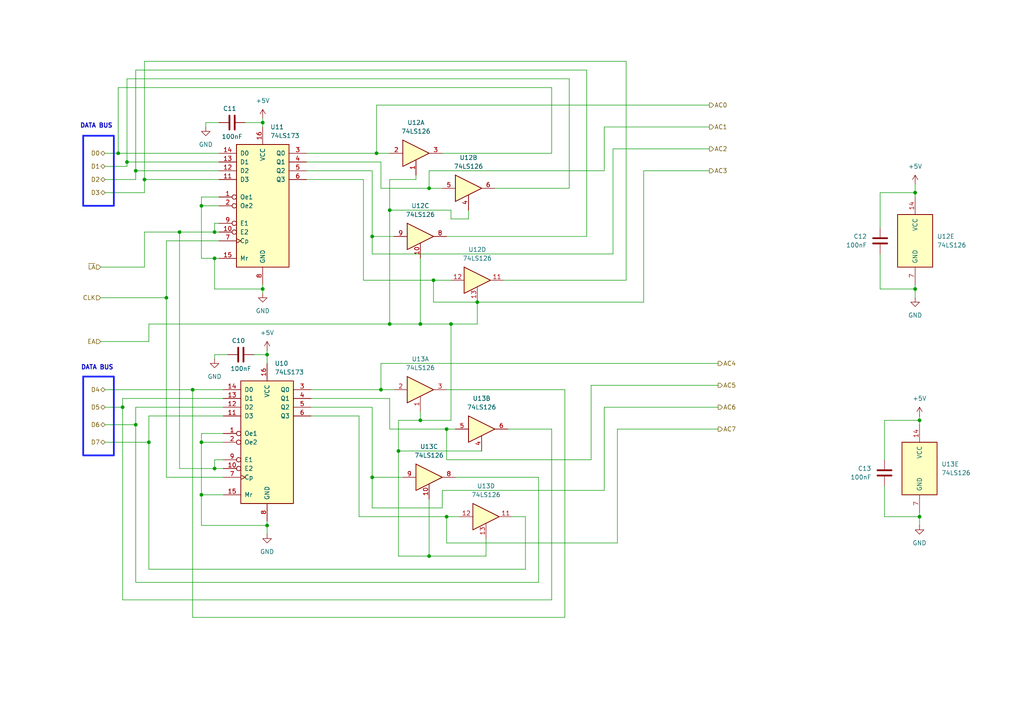
<source format=kicad_sch>
(kicad_sch (version 20231120) (generator "eeschema") (generator_version "8.0")
  (paper "A4")
  (title_block (title "ISAP-1 COMPUTER") (date "2024-11-27") (rev "Version 1") (comment 1 "by Linca Marius Gheorghe") (comment 3 "Accumulator Register"))
  (lib_symbols
    (symbol "74xx:74LS126" (pin_names (offset 1.016))
      (property "Reference" "U" (at 0 1.27 0))
      (property "Value" "74LS126" (at 0 -1.27 0))
      (symbol "74LS126_1_0"
        (polyline (pts (xy -3.81 3.81) (xy -3.81 -3.81) (xy 3.81 0) (xy -3.81 3.81)) (stroke (width 0.254)) (fill (type background)))
        (pin input line (at 0 -6.35 90) (length 4.445) (name "~") (number "1"))
        (pin input line (at -7.62 0 0) (length 3.81) (name "~") (number "2"))
        (pin tri_state line (at 7.62 0 180) (length 3.81) (name "~") (number "3"))
      )
      (symbol "74LS126_2_0"
        (polyline (pts (xy -3.81 3.81) (xy -3.81 -3.81) (xy 3.81 0) (xy -3.81 3.81)) (stroke (width 0.254)) (fill (type background)))
        (pin input line (at 0 -6.35 90) (length 4.445) (name "~") (number "4"))
        (pin input line (at -7.62 0 0) (length 3.81) (name "~") (number "5"))
        (pin tri_state line (at 7.62 0 180) (length 3.81) (name "~") (number "6"))
      )
      (symbol "74LS126_3_0"
        (polyline (pts (xy -3.81 3.81) (xy -3.81 -3.81) (xy 3.81 0) (xy -3.81 3.81)) (stroke (width 0.254)) (fill (type background)))
        (pin input line (at 0 -6.35 90) (length 4.445) (name "~") (number "10"))
        (pin tri_state line (at 7.62 0 180) (length 3.81) (name "~") (number "8"))
        (pin input line (at -7.62 0 0) (length 3.81) (name "~") (number "9"))
      )
      (symbol "74LS126_4_0"
        (polyline (pts (xy -3.81 3.81) (xy -3.81 -3.81) (xy 3.81 0) (xy -3.81 3.81)) (stroke (width 0.254)) (fill (type background)))
        (pin tri_state line (at 7.62 0 180) (length 3.81) (name "~") (number "11"))
        (pin input line (at -7.62 0 0) (length 3.81) (name "~") (number "12"))
        (pin input line (at 0 -6.35 90) (length 4.445) (name "~") (number "13"))
      )
      (symbol "74LS126_5_0"
        (pin power_in line (at 0 12.7 270) (length 5.08) (name "VCC") (number "14"))
        (pin power_in line (at 0 -12.7 90) (length 5.08) (name "GND") (number "7"))
      )
      (symbol "74LS126_5_1"
        (rectangle (start -5.08 7.62) (end 5.08 -7.62) (stroke (width 0.254)) (fill (type background)))
      )
    )
    (symbol "74xx:74LS173" (pin_names (offset 1.016))
      (property "Reference" "U" (at -7.62 19.05 0))
      (property "Value" "74LS173" (at -7.62 -19.05 0))
      (symbol "74LS173_1_0"
        (pin input inverted (at -12.7 2.54 0) (length 5.08) (name "Oe1") (number "1"))
        (pin input inverted (at -12.7 -7.62 0) (length 5.08) (name "E2") (number "10"))
        (pin input line (at -12.7 7.62 0) (length 5.08) (name "D3") (number "11"))
        (pin input line (at -12.7 10.16 0) (length 5.08) (name "D2") (number "12"))
        (pin input line (at -12.7 12.7 0) (length 5.08) (name "D1") (number "13"))
        (pin input line (at -12.7 15.24 0) (length 5.08) (name "D0") (number "14"))
        (pin input line (at -12.7 -15.24 0) (length 5.08) (name "Mr") (number "15"))
        (pin power_in line (at 0 22.86 270) (length 5.08) (name "VCC") (number "16"))
        (pin input inverted (at -12.7 0 0) (length 5.08) (name "Oe2") (number "2"))
        (pin tri_state line (at 12.7 15.24 180) (length 5.08) (name "Q0") (number "3"))
        (pin tri_state line (at 12.7 12.7 180) (length 5.08) (name "Q1") (number "4"))
        (pin tri_state line (at 12.7 10.16 180) (length 5.08) (name "Q2") (number "5"))
        (pin tri_state line (at 12.7 7.62 180) (length 5.08) (name "Q3") (number "6"))
        (pin input clock (at -12.7 -10.16 0) (length 5.08) (name "Cp") (number "7"))
        (pin power_in line (at 0 -22.86 90) (length 5.08) (name "GND") (number "8"))
        (pin input inverted (at -12.7 -5.08 0) (length 5.08) (name "E1") (number "9"))
      )
      (symbol "74LS173_1_1"
        (rectangle (start -7.62 17.78) (end 7.62 -17.78) (stroke (width 0.254)) (fill (type background)))
      )
    )
    (symbol "Device:C" (pin_numbers hide) (pin_names (offset 0.254))
      (property "Reference" "C" (at 0.635 2.54 0))
      (property "Value" "C" (at 0.635 -2.54 0))
      (symbol "C_0_1"
        (polyline (pts (xy -2.032 -0.762) (xy 2.032 -0.762)) (stroke (width 0.508)))
        (polyline (pts (xy -2.032 0.762) (xy 2.032 0.762)) (stroke (width 0.508)))
      )
      (symbol "C_1_1"
        (pin passive line (at 0 3.81 270) (length 2.794) (name "~") (number "1"))
        (pin passive line (at 0 -3.81 90) (length 2.794) (name "~") (number "2"))
      )
    )
    (symbol "power:+5V" (power) (pin_numbers hide) (pin_names (offset 0) hide)
      (property "Value" "+5V" (at 0 3.556 0))
      (symbol "+5V_0_1"
        (polyline (pts (xy -0.762 1.27) (xy 0 2.54)))
        (polyline (pts (xy 0 0) (xy 0 2.54)))
        (polyline (pts (xy 0 2.54) (xy 0.762 1.27)))
      )
      (symbol "+5V_1_1"
        (pin power_in line (at 0 0 90) (length 0) (name "~") (number "1"))
      )
    )
    (symbol "power:GND" (power) (pin_numbers hide) (pin_names (offset 0) hide)
      (property "Value" "GND" (at 0 -3.81 0))
      (symbol "GND_0_1"
        (polyline (pts (xy 0 0) (xy 0 -1.27) (xy 1.27 -1.27) (xy 0 -2.54) (xy -1.27 -1.27) (xy 0 -1.27)))
      )
      (symbol "GND_1_1"
        (pin power_in line (at 0 0 270) (length 0) (name "~") (number "1"))
      )
    )
  )
  (junction (at 121.92 93.98))
  (junction (at 76.2 35.56))
  (junction (at 266.7 121.92))
  (junction (at 77.47 102.87))
  (junction (at 36.83 46.99))
  (junction (at 58.42 128.27))
  (junction (at 55.88 113.03))
  (junction (at 76.2 83.82))
  (junction (at 43.18 128.27))
  (junction (at 34.29 44.45))
  (junction (at 62.23 135.89))
  (junction (at 265.43 83.82))
  (junction (at 124.46 161.29))
  (junction (at 48.26 86.36))
  (junction (at 35.56 118.11))
  (junction (at 266.7 149.86))
  (junction (at 41.91 52.07))
  (junction (at 130.81 93.98))
  (junction (at 129.54 124.46))
  (junction (at 121.92 121.92))
  (junction (at 107.95 138.43))
  (junction (at 109.22 44.45))
  (junction (at 58.42 143.51))
  (junction (at 107.95 68.58))
  (junction (at 62.23 74.93))
  (junction (at 138.43 87.63))
  (junction (at 62.23 67.31))
  (junction (at 77.47 152.4))
  (junction (at 110.49 113.03))
  (junction (at 265.43 55.88))
  (junction (at 52.07 67.31))
  (junction (at 129.54 149.86))
  (junction (at 124.46 54.61))
  (junction (at 39.37 123.19))
  (junction (at 115.57 130.81))
  (junction (at 58.42 59.69))
  (junction (at 39.37 49.53))
  (junction (at 125.73 81.28))
  (junction (at 113.03 93.98))
  (junction (at 113.03 60.96))
  (wire (pts (xy 181.61 17.78) (xy 41.91 17.78)))
  (wire (pts (xy 160.02 173.99) (xy 35.56 173.99)))
  (wire (pts (xy 77.47 152.4) (xy 77.47 154.94)))
  (wire (pts (xy 113.03 60.96) (xy 113.03 93.98)))
  (wire (pts (xy 77.47 101.6) (xy 77.47 102.87)))
  (wire (pts (xy 58.42 143.51) (xy 64.77 143.51)))
  (wire (pts (xy 125.73 87.63) (xy 125.73 81.28)))
  (wire (pts (xy 110.49 113.03) (xy 114.3 113.03)))
  (wire (pts (xy 41.91 55.88) (xy 30.48 55.88)))
  (wire (pts (xy 63.5 74.93) (xy 62.23 74.93)))
  (wire (pts (xy 107.95 118.11) (xy 90.17 118.11)))
  (wire (pts (xy 107.95 138.43) (xy 107.95 147.32)))
  (wire (pts (xy 129.54 68.58) (xy 170.18 68.58)))
  (wire (pts (xy 116.84 138.43) (xy 107.95 138.43)))
  (wire (pts (xy 121.92 121.92) (xy 115.57 121.92)))
  (wire (pts (xy 186.69 49.53) (xy 186.69 87.63)))
  (wire (pts (xy 29.21 86.36) (xy 48.26 86.36)))
  (wire (pts (xy 177.8 43.18) (xy 177.8 73.66)))
  (wire (pts (xy 148.59 149.86) (xy 152.4 149.86)))
  (wire (pts (xy 175.26 49.53) (xy 124.46 49.53)))
  (wire (pts (xy 177.8 73.66) (xy 107.95 73.66)))
  (wire (pts (xy 265.43 55.88) (xy 265.43 57.15)))
  (wire (pts (xy 208.28 105.41) (xy 110.49 105.41)))
  (wire (pts (xy 76.2 35.56) (xy 76.2 36.83)))
  (wire (pts (xy 88.9 52.07) (xy 105.41 52.07)))
  (wire (pts (xy 58.42 125.73) (xy 58.42 128.27)))
  (wire (pts (xy 62.23 64.77) (xy 62.23 67.31)))
  (wire (pts (xy 205.74 49.53) (xy 186.69 49.53)))
  (wire (pts (xy 129.54 133.35) (xy 171.45 133.35)))
  (wire (pts (xy 110.49 105.41) (xy 110.49 113.03)))
  (wire (pts (xy 43.18 99.06) (xy 43.18 93.98)))
  (wire (pts (xy 143.51 54.61) (xy 165.1 54.61)))
  (wire (pts (xy 256.54 140.97) (xy 256.54 149.86)))
  (wire (pts (xy 256.54 133.35) (xy 256.54 121.92)))
  (wire (pts (xy 76.2 83.82) (xy 76.2 85.09)))
  (wire (pts (xy 146.05 81.28) (xy 181.61 81.28)))
  (wire (pts (xy 129.54 149.86) (xy 104.14 149.86)))
  (wire (pts (xy 107.95 138.43) (xy 107.95 118.11)))
  (wire (pts (xy 255.27 66.04) (xy 255.27 55.88)))
  (wire (pts (xy 124.46 49.53) (xy 124.46 54.61)))
  (wire (pts (xy 113.03 93.98) (xy 121.92 93.98)))
  (wire (pts (xy 120.65 50.8) (xy 120.65 52.07)))
  (wire (pts (xy 109.22 44.45) (xy 113.03 44.45)))
  (wire (pts (xy 175.26 142.24) (xy 128.27 142.24)))
  (wire (pts (xy 121.92 93.98) (xy 130.81 93.98)))
  (wire (pts (xy 30.48 44.45) (xy 34.29 44.45)))
  (wire (pts (xy 29.21 99.06) (xy 43.18 99.06)))
  (wire (pts (xy 41.91 52.07) (xy 41.91 55.88)))
  (wire (pts (xy 138.43 93.98) (xy 138.43 87.63)))
  (wire (pts (xy 105.41 52.07) (xy 105.41 81.28)))
  (wire (pts (xy 113.03 52.07) (xy 113.03 60.96)))
  (wire (pts (xy 58.42 59.69) (xy 58.42 74.93)))
  (wire (pts (xy 62.23 135.89) (xy 64.77 135.89)))
  (wire (pts (xy 77.47 102.87) (xy 77.47 105.41)))
  (wire (pts (xy 35.56 173.99) (xy 35.56 118.11)))
  (wire (pts (xy 43.18 93.98) (xy 113.03 93.98)))
  (wire (pts (xy 110.49 54.61) (xy 124.46 54.61)))
  (wire (pts (xy 58.42 128.27) (xy 58.42 143.51)))
  (wire (pts (xy 36.83 46.99) (xy 36.83 48.26)))
  (wire (pts (xy 170.18 68.58) (xy 170.18 20.32)))
  (wire (pts (xy 58.42 57.15) (xy 58.42 59.69)))
  (wire (pts (xy 265.43 53.34) (xy 265.43 55.88)))
  (wire (pts (xy 109.22 30.48) (xy 109.22 44.45)))
  (wire (pts (xy 63.5 46.99) (xy 36.83 46.99)))
  (wire (pts (xy 129.54 113.03) (xy 163.83 113.03)))
  (wire (pts (xy 135.89 63.5) (xy 130.81 63.5)))
  (wire (pts (xy 43.18 120.65) (xy 43.18 128.27)))
  (wire (pts (xy 170.18 20.32) (xy 39.37 20.32)))
  (wire (pts (xy 115.57 130.81) (xy 115.57 161.29)))
  (wire (pts (xy 58.42 59.69) (xy 63.5 59.69)))
  (wire (pts (xy 113.03 60.96) (xy 130.81 60.96)))
  (wire (pts (xy 63.5 57.15) (xy 58.42 57.15)))
  (wire (pts (xy 52.07 67.31) (xy 62.23 67.31)))
  (wire (pts (xy 175.26 36.83) (xy 175.26 49.53)))
  (wire (pts (xy 208.28 124.46) (xy 179.07 124.46)))
  (wire (pts (xy 62.23 102.87) (xy 62.23 104.14)))
  (wire (pts (xy 63.5 52.07) (xy 41.91 52.07)))
  (wire (pts (xy 30.48 48.26) (xy 36.83 48.26)))
  (wire (pts (xy 171.45 111.76) (xy 171.45 133.35)))
  (wire (pts (xy 147.32 124.46) (xy 160.02 124.46)))
  (wire (pts (xy 205.74 43.18) (xy 177.8 43.18)))
  (wire (pts (xy 205.74 30.48) (xy 109.22 30.48)))
  (wire (pts (xy 88.9 44.45) (xy 109.22 44.45)))
  (wire (pts (xy 62.23 83.82) (xy 76.2 83.82)))
  (wire (pts (xy 152.4 149.86) (xy 152.4 165.1)))
  (wire (pts (xy 181.61 81.28) (xy 181.61 17.78)))
  (wire (pts (xy 71.12 35.56) (xy 76.2 35.56)))
  (wire (pts (xy 156.21 138.43) (xy 156.21 168.91)))
  (wire (pts (xy 132.08 124.46) (xy 129.54 124.46)))
  (wire (pts (xy 39.37 168.91) (xy 39.37 123.19)))
  (wire (pts (xy 104.14 149.86) (xy 104.14 120.65)))
  (wire (pts (xy 35.56 118.11) (xy 30.48 118.11)))
  (wire (pts (xy 41.91 77.47) (xy 41.91 67.31)))
  (wire (pts (xy 58.42 143.51) (xy 58.42 152.4)))
  (wire (pts (xy 52.07 135.89) (xy 62.23 135.89)))
  (wire (pts (xy 36.83 22.86) (xy 36.83 46.99)))
  (wire (pts (xy 129.54 133.35) (xy 129.54 124.46)))
  (wire (pts (xy 179.07 157.48) (xy 129.54 157.48)))
  (wire (pts (xy 48.26 86.36) (xy 48.26 138.43)))
  (wire (pts (xy 165.1 22.86) (xy 36.83 22.86)))
  (wire (pts (xy 30.48 113.03) (xy 55.88 113.03)))
  (wire (pts (xy 138.43 87.63) (xy 125.73 87.63)))
  (wire (pts (xy 48.26 69.85) (xy 48.26 86.36)))
  (wire (pts (xy 35.56 115.57) (xy 35.56 118.11)))
  (wire (pts (xy 107.95 73.66) (xy 107.95 68.58)))
  (wire (pts (xy 55.88 113.03) (xy 64.77 113.03)))
  (wire (pts (xy 129.54 124.46) (xy 113.03 124.46)))
  (wire (pts (xy 128.27 147.32) (xy 107.95 147.32)))
  (wire (pts (xy 77.47 151.13) (xy 77.47 152.4)))
  (wire (pts (xy 129.54 157.48) (xy 129.54 149.86)))
  (wire (pts (xy 266.7 149.86) (xy 266.7 152.4)))
  (wire (pts (xy 107.95 49.53) (xy 88.9 49.53)))
  (wire (pts (xy 29.21 77.47) (xy 41.91 77.47)))
  (wire (pts (xy 52.07 67.31) (xy 52.07 135.89)))
  (wire (pts (xy 113.03 124.46) (xy 113.03 115.57)))
  (wire (pts (xy 62.23 74.93) (xy 62.23 83.82)))
  (wire (pts (xy 208.28 118.11) (xy 175.26 118.11)))
  (wire (pts (xy 90.17 113.03) (xy 110.49 113.03)))
  (wire (pts (xy 132.08 138.43) (xy 156.21 138.43)))
  (wire (pts (xy 135.89 60.96) (xy 135.89 63.5)))
  (wire (pts (xy 59.69 35.56) (xy 59.69 36.83)))
  (wire (pts (xy 64.77 125.73) (xy 58.42 125.73)))
  (wire (pts (xy 115.57 130.81) (xy 139.7 130.81)))
  (wire (pts (xy 39.37 118.11) (xy 39.37 123.19)))
  (wire (pts (xy 160.02 25.4) (xy 34.29 25.4)))
  (wire (pts (xy 156.21 168.91) (xy 39.37 168.91)))
  (wire (pts (xy 186.69 87.63) (xy 138.43 87.63)))
  (wire (pts (xy 48.26 138.43) (xy 64.77 138.43)))
  (wire (pts (xy 175.26 118.11) (xy 175.26 142.24)))
  (wire (pts (xy 64.77 118.11) (xy 39.37 118.11)))
  (wire (pts (xy 58.42 152.4) (xy 77.47 152.4)))
  (wire (pts (xy 128.27 54.61) (xy 124.46 54.61)))
  (wire (pts (xy 43.18 128.27) (xy 30.48 128.27)))
  (wire (pts (xy 110.49 54.61) (xy 110.49 46.99)))
  (wire (pts (xy 124.46 161.29) (xy 124.46 144.78)))
  (wire (pts (xy 115.57 121.92) (xy 115.57 130.81)))
  (wire (pts (xy 114.3 68.58) (xy 107.95 68.58)))
  (wire (pts (xy 104.14 120.65) (xy 90.17 120.65)))
  (wire (pts (xy 179.07 124.46) (xy 179.07 157.48)))
  (wire (pts (xy 73.66 102.87) (xy 77.47 102.87)))
  (wire (pts (xy 256.54 121.92) (xy 266.7 121.92)))
  (wire (pts (xy 58.42 128.27) (xy 64.77 128.27)))
  (wire (pts (xy 34.29 44.45) (xy 63.5 44.45)))
  (wire (pts (xy 130.81 63.5) (xy 130.81 60.96)))
  (wire (pts (xy 64.77 115.57) (xy 35.56 115.57)))
  (wire (pts (xy 130.81 93.98) (xy 138.43 93.98)))
  (wire (pts (xy 64.77 133.35) (xy 62.23 133.35)))
  (wire (pts (xy 124.46 161.29) (xy 140.97 161.29)))
  (wire (pts (xy 133.35 149.86) (xy 129.54 149.86)))
  (wire (pts (xy 76.2 82.55) (xy 76.2 83.82)))
  (wire (pts (xy 34.29 25.4) (xy 34.29 44.45)))
  (wire (pts (xy 266.7 148.59) (xy 266.7 149.86)))
  (wire (pts (xy 265.43 83.82) (xy 265.43 86.36)))
  (wire (pts (xy 130.81 93.98) (xy 130.81 121.92)))
  (wire (pts (xy 63.5 35.56) (xy 59.69 35.56)))
  (wire (pts (xy 128.27 142.24) (xy 128.27 147.32)))
  (wire (pts (xy 39.37 49.53) (xy 39.37 52.07)))
  (wire (pts (xy 76.2 34.29) (xy 76.2 35.56)))
  (wire (pts (xy 163.83 113.03) (xy 163.83 179.07)))
  (wire (pts (xy 62.23 67.31) (xy 63.5 67.31)))
  (wire (pts (xy 55.88 179.07) (xy 55.88 113.03)))
  (wire (pts (xy 121.92 121.92) (xy 130.81 121.92)))
  (wire (pts (xy 105.41 81.28) (xy 125.73 81.28)))
  (wire (pts (xy 160.02 44.45) (xy 160.02 25.4)))
  (wire (pts (xy 128.27 44.45) (xy 160.02 44.45)))
  (wire (pts (xy 110.49 46.99) (xy 88.9 46.99)))
  (wire (pts (xy 39.37 52.07) (xy 30.48 52.07)))
  (wire (pts (xy 208.28 111.76) (xy 171.45 111.76)))
  (wire (pts (xy 266.7 120.65) (xy 266.7 121.92)))
  (wire (pts (xy 113.03 52.07) (xy 120.65 52.07)))
  (wire (pts (xy 63.5 64.77) (xy 62.23 64.77)))
  (wire (pts (xy 113.03 115.57) (xy 90.17 115.57)))
  (wire (pts (xy 39.37 20.32) (xy 39.37 49.53)))
  (wire (pts (xy 125.73 81.28) (xy 130.81 81.28)))
  (wire (pts (xy 64.77 120.65) (xy 43.18 120.65)))
  (wire (pts (xy 255.27 83.82) (xy 265.43 83.82)))
  (wire (pts (xy 205.74 36.83) (xy 175.26 36.83)))
  (wire (pts (xy 115.57 161.29) (xy 124.46 161.29)))
  (wire (pts (xy 107.95 68.58) (xy 107.95 49.53)))
  (wire (pts (xy 43.18 165.1) (xy 43.18 128.27)))
  (wire (pts (xy 121.92 119.38) (xy 121.92 121.92)))
  (wire (pts (xy 256.54 149.86) (xy 266.7 149.86)))
  (wire (pts (xy 163.83 179.07) (xy 55.88 179.07)))
  (wire (pts (xy 39.37 123.19) (xy 30.48 123.19)))
  (wire (pts (xy 63.5 49.53) (xy 39.37 49.53)))
  (wire (pts (xy 266.7 121.92) (xy 266.7 123.19)))
  (wire (pts (xy 62.23 133.35) (xy 62.23 135.89)))
  (wire (pts (xy 160.02 124.46) (xy 160.02 173.99)))
  (wire (pts (xy 152.4 165.1) (xy 43.18 165.1)))
  (wire (pts (xy 66.04 102.87) (xy 62.23 102.87)))
  (wire (pts (xy 165.1 54.61) (xy 165.1 22.86)))
  (wire (pts (xy 41.91 67.31) (xy 52.07 67.31)))
  (wire (pts (xy 255.27 55.88) (xy 265.43 55.88)))
  (wire (pts (xy 121.92 74.93) (xy 121.92 93.98)))
  (wire (pts (xy 255.27 73.66) (xy 255.27 83.82)))
  (wire (pts (xy 63.5 69.85) (xy 48.26 69.85)))
  (wire (pts (xy 58.42 74.93) (xy 62.23 74.93)))
  (wire (pts (xy 265.43 82.55) (xy 265.43 83.82)))
  (wire (pts (xy 140.97 156.21) (xy 140.97 161.29)))
  (wire (pts (xy 41.91 17.78) (xy 41.91 52.07)))
  (rectangle (start 24.13 39.37) (end 33.02 59.69) (stroke (width 0.508) (color 21 31 255 1)))
  (rectangle (start 24.13 109.22) (end 33.02 132.08) (stroke (width 0.508) (color 21 31 255 1)))
  (text "DATA BUS" (at 27.94 36.576 0) (effects (font (size 1.27 1.27) (thickness 0.254) (bold yes))))
  (text "DATA BUS" (at 28.194 106.68 0) (effects (font (size 1.27 1.27) (thickness 0.254) (bold yes))))
  (hierarchical_label "D7" (shape tri_state) (at 30.48 128.27 180))
  (hierarchical_label "D6" (shape tri_state) (at 30.48 123.19 180))
  (hierarchical_label "AC3" (shape output) (at 205.74 49.53 0))
  (hierarchical_label "D3" (shape tri_state) (at 30.48 55.88 180))
  (hierarchical_label "AC4" (shape output) (at 208.28 105.41 0))
  (hierarchical_label "D1" (shape tri_state) (at 30.48 48.26 180))
  (hierarchical_label "D2" (shape tri_state) (at 30.48 52.07 180))
  (hierarchical_label "EA" (shape input) (at 29.21 99.06 180))
  (hierarchical_label "AC2" (shape output) (at 205.74 43.18 0))
  (hierarchical_label "AC7" (shape output) (at 208.28 124.46 0))
  (hierarchical_label "AC5" (shape output) (at 208.28 111.76 0))
  (hierarchical_label "D0" (shape tri_state) (at 30.48 44.45 180))
  (hierarchical_label "CLK" (shape input) (at 29.21 86.36 180))
  (hierarchical_label "AC6" (shape output) (at 208.28 118.11 0))
  (hierarchical_label "~{LA}" (shape input) (at 29.21 77.47 180))
  (hierarchical_label "AC0" (shape output) (at 205.74 30.48 0))
  (hierarchical_label "D4" (shape tri_state) (at 30.48 113.03 180))
  (hierarchical_label "AC1" (shape output) (at 205.74 36.83 0))
  (hierarchical_label "D5" (shape tri_state) (at 30.48 118.11 180))
  (symbol (lib_id "power:GND") (at 62.23 104.14 0) (unit 1)
    (property "Reference" "#PWR0128" (effects (hide yes)))
    (property "Value" "GND" (at 62.23 109.22 0))
    (property "Description" "Power symbol creates a global label with name \"GND\" , ground" (effects (hide yes)))
  )
  (symbol (lib_id "74xx:74LS173") (at 77.47 128.27 0) (unit 1)
    (property "Reference" "U10" (at 79.6641 105.41 0) (effects (justify left)))
    (property "Value" "74LS173" (at 79.6641 107.95 0) (effects (justify left)))
    (property "Footprint" "Package_DIP:DIP-16_W7.62mm_LongPads" (effects (hide yes)))
    (property "Datasheet" "http://www.ti.com/lit/gpn/sn74LS173" (effects (hide yes)))
    (property "Description" "4-bit D-type Register, 3 state out" (effects (hide yes)))
  )
  (symbol (lib_id "74xx:74LS126") (at 124.46 138.43 0) (unit 3)
    (property "Reference" "U13" (at 124.46 129.54 0))
    (property "Value" "74LS126" (at 124.46 132.08 0))
    (property "Footprint" "Package_DIP:DIP-14_W7.62mm_LongPads" (effects (hide yes)))
    (property "Datasheet" "http://www.ti.com/lit/gpn/sn74LS126" (effects (hide yes)))
    (property "Description" "Quad buffer 3-State outputs" (effects (hide yes)))
  )
  (symbol (lib_id "74xx:74LS126") (at 120.65 44.45 0) (unit 1)
    (property "Reference" "U12" (at 120.65 35.56 0))
    (property "Value" "74LS126" (at 120.65 38.1 0))
    (property "Footprint" "Package_DIP:DIP-14_W7.62mm_LongPads" (effects (hide yes)))
    (property "Datasheet" "http://www.ti.com/lit/gpn/sn74LS126" (effects (hide yes)))
    (property "Description" "Quad buffer 3-State outputs" (effects (hide yes)))
  )
  (symbol (lib_id "power:+5V") (at 265.43 53.34 0) (unit 1)
    (property "Reference" "#PWR026" (effects (hide yes)))
    (property "Value" "+5V" (at 265.43 48.26 0))
    (property "Description" "Power symbol creates a global label with name \"+5V\"" (effects (hide yes)))
  )
  (symbol (lib_id "74xx:74LS126") (at 121.92 68.58 0) (unit 3)
    (property "Reference" "U12" (at 121.92 59.69 0))
    (property "Value" "74LS126" (at 121.92 62.23 0))
    (property "Footprint" "Package_DIP:DIP-14_W7.62mm_LongPads" (effects (hide yes)))
    (property "Datasheet" "http://www.ti.com/lit/gpn/sn74LS126" (effects (hide yes)))
    (property "Description" "Quad buffer 3-State outputs" (effects (hide yes)))
  )
  (symbol (lib_id "74xx:74LS173") (at 76.2 59.69 0) (unit 1)
    (property "Reference" "U11" (at 78.3941 36.83 0) (effects (justify left)))
    (property "Value" "74LS173" (at 78.3941 39.37 0) (effects (justify left)))
    (property "Footprint" "Package_DIP:DIP-16_W7.62mm_LongPads" (effects (hide yes)))
    (property "Datasheet" "http://www.ti.com/lit/gpn/sn74LS173" (effects (hide yes)))
    (property "Description" "4-bit D-type Register, 3 state out" (effects (hide yes)))
  )
  (symbol (lib_id "Device:C") (at 69.85 102.87 90) (unit 1)
    (property "Reference" "C10" (at 71.12 98.806 90) (effects (justify left)))
    (property "Value" "100nF" (at 72.898 106.934 90) (effects (justify left)))
    (property "Footprint" "Capacitor_THT:C_Disc_D5.0mm_W2.5mm_P5.00mm" (effects (hide yes)))
    (property "Description" "Unpolarized capacitor" (effects (hide yes)))
  )
  (symbol (lib_id "74xx:74LS126") (at 266.7 135.89 0) (unit 5)
    (property "Reference" "U13" (at 273.05 134.6199 0) (effects (justify left)))
    (property "Value" "74LS126" (at 273.05 137.1599 0) (effects (justify left)))
    (property "Footprint" "Package_DIP:DIP-14_W7.62mm_LongPads" (effects (hide yes)))
    (property "Datasheet" "http://www.ti.com/lit/gpn/sn74LS126" (effects (hide yes)))
    (property "Description" "Quad buffer 3-State outputs" (effects (hide yes)))
  )
  (symbol (lib_id "Device:C") (at 256.54 137.16 0) (mirror y) (unit 1)
    (property "Reference" "C13" (at 252.73 135.8899 0) (effects (justify left)))
    (property "Value" "100nF" (at 252.73 138.4299 0) (effects (justify left)))
    (property "Footprint" "Capacitor_THT:C_Disc_D5.0mm_W2.5mm_P5.00mm" (effects (hide yes)))
    (property "Description" "Unpolarized capacitor" (effects (hide yes)))
  )
  (symbol (lib_id "power:+5V") (at 76.2 34.29 0) (unit 1)
    (property "Reference" "#PWR021" (effects (hide yes)))
    (property "Value" "+5V" (at 76.2 29.21 0))
    (property "Description" "Power symbol creates a global label with name \"+5V\"" (effects (hide yes)))
  )
  (symbol (lib_id "74xx:74LS126") (at 138.43 81.28 0) (unit 4)
    (property "Reference" "U12" (at 138.43 72.39 0))
    (property "Value" "74LS126" (at 138.43 74.93 0))
    (property "Footprint" "Package_DIP:DIP-14_W7.62mm_LongPads" (effects (hide yes)))
    (property "Datasheet" "http://www.ti.com/lit/gpn/sn74LS126" (effects (hide yes)))
    (property "Description" "Quad buffer 3-State outputs" (effects (hide yes)))
  )
  (symbol (lib_id "power:GND") (at 59.69 36.83 0) (unit 1)
    (property "Reference" "#PWR0129" (effects (hide yes)))
    (property "Value" "GND" (at 59.69 41.91 0))
    (property "Description" "Power symbol creates a global label with name \"GND\" , ground" (effects (hide yes)))
  )
  (symbol (lib_id "power:GND") (at 265.43 86.36 0) (unit 1)
    (property "Reference" "#PWR024" (effects (hide yes)))
    (property "Value" "GND" (at 265.43 91.44 0))
    (property "Description" "Power symbol creates a global label with name \"GND\" , ground" (effects (hide yes)))
  )
  (symbol (lib_id "74xx:74LS126") (at 121.92 113.03 0) (unit 1)
    (property "Reference" "U13" (at 121.92 104.14 0))
    (property "Value" "74LS126" (at 121.92 106.68 0))
    (property "Footprint" "Package_DIP:DIP-14_W7.62mm_LongPads" (effects (hide yes)))
    (property "Datasheet" "http://www.ti.com/lit/gpn/sn74LS126" (effects (hide yes)))
    (property "Description" "Quad buffer 3-State outputs" (effects (hide yes)))
  )
  (symbol (lib_id "74xx:74LS126") (at 139.7 124.46 0) (unit 2)
    (property "Reference" "U13" (at 139.7 115.57 0))
    (property "Value" "74LS126" (at 139.7 118.11 0))
    (property "Footprint" "Package_DIP:DIP-14_W7.62mm_LongPads" (effects (hide yes)))
    (property "Datasheet" "http://www.ti.com/lit/gpn/sn74LS126" (effects (hide yes)))
    (property "Description" "Quad buffer 3-State outputs" (effects (hide yes)))
  )
  (symbol (lib_id "power:+5V") (at 266.7 120.65 0) (unit 1)
    (property "Reference" "#PWR027" (effects (hide yes)))
    (property "Value" "+5V" (at 266.7 115.57 0))
    (property "Description" "Power symbol creates a global label with name \"+5V\"" (effects (hide yes)))
  )
  (symbol (lib_id "74xx:74LS126") (at 135.89 54.61 0) (unit 2)
    (property "Reference" "U12" (at 135.89 45.72 0))
    (property "Value" "74LS126" (at 135.89 48.26 0))
    (property "Footprint" "Package_DIP:DIP-14_W7.62mm_LongPads" (effects (hide yes)))
    (property "Datasheet" "http://www.ti.com/lit/gpn/sn74LS126" (effects (hide yes)))
    (property "Description" "Quad buffer 3-State outputs" (effects (hide yes)))
  )
  (symbol (lib_id "power:GND") (at 77.47 154.94 0) (unit 1)
    (property "Reference" "#PWR023" (effects (hide yes)))
    (property "Value" "GND" (at 77.47 160.02 0))
    (property "Description" "Power symbol creates a global label with name \"GND\" , ground" (effects (hide yes)))
  )
  (symbol (lib_id "74xx:74LS126") (at 140.97 149.86 0) (unit 4)
    (property "Reference" "U13" (at 140.97 140.97 0))
    (property "Value" "74LS126" (at 140.97 143.51 0))
    (property "Footprint" "Package_DIP:DIP-14_W7.62mm_LongPads" (effects (hide yes)))
    (property "Datasheet" "http://www.ti.com/lit/gpn/sn74LS126" (effects (hide yes)))
    (property "Description" "Quad buffer 3-State outputs" (effects (hide yes)))
  )
  (symbol (lib_id "74xx:74LS126") (at 265.43 69.85 0) (unit 5)
    (property "Reference" "U12" (at 271.78 68.5799 0) (effects (justify left)))
    (property "Value" "74LS126" (at 271.78 71.1199 0) (effects (justify left)))
    (property "Footprint" "Package_DIP:DIP-14_W7.62mm_LongPads" (effects (hide yes)))
    (property "Datasheet" "http://www.ti.com/lit/gpn/sn74LS126" (effects (hide yes)))
    (property "Description" "Quad buffer 3-State outputs" (effects (hide yes)))
  )
  (symbol (lib_id "Device:C") (at 255.27 69.85 0) (mirror y) (unit 1)
    (property "Reference" "C12" (at 251.46 68.5799 0) (effects (justify left)))
    (property "Value" "100nF" (at 251.46 71.1199 0) (effects (justify left)))
    (property "Footprint" "Capacitor_THT:C_Disc_D5.0mm_W2.5mm_P5.00mm" (effects (hide yes)))
    (property "Description" "Unpolarized capacitor" (effects (hide yes)))
  )
  (symbol (lib_id "Device:C") (at 67.31 35.56 90) (unit 1)
    (property "Reference" "C11" (at 68.58 31.496 90) (effects (justify left)))
    (property "Value" "100nF" (at 70.358 39.624 90) (effects (justify left)))
    (property "Footprint" "Capacitor_THT:C_Disc_D5.0mm_W2.5mm_P5.00mm" (effects (hide yes)))
    (property "Description" "Unpolarized capacitor" (effects (hide yes)))
  )
  (symbol (lib_id "power:GND") (at 76.2 85.09 0) (unit 1)
    (property "Reference" "#PWR020" (effects (hide yes)))
    (property "Value" "GND" (at 76.2 90.17 0))
    (property "Description" "Power symbol creates a global label with name \"GND\" , ground" (effects (hide yes)))
  )
  (symbol (lib_id "power:+5V") (at 77.47 101.6 0) (unit 1)
    (property "Reference" "#PWR022" (effects (hide yes)))
    (property "Value" "+5V" (at 77.47 96.52 0))
    (property "Description" "Power symbol creates a global label with name \"+5V\"" (effects (hide yes)))
  )
  (symbol (lib_id "power:GND") (at 266.7 152.4 0) (unit 1)
    (property "Reference" "#PWR025" (effects (hide yes)))
    (property "Value" "GND" (at 266.7 157.48 0))
    (property "Description" "Power symbol creates a global label with name \"GND\" , ground" (effects (hide yes)))
  )
)
</source>
